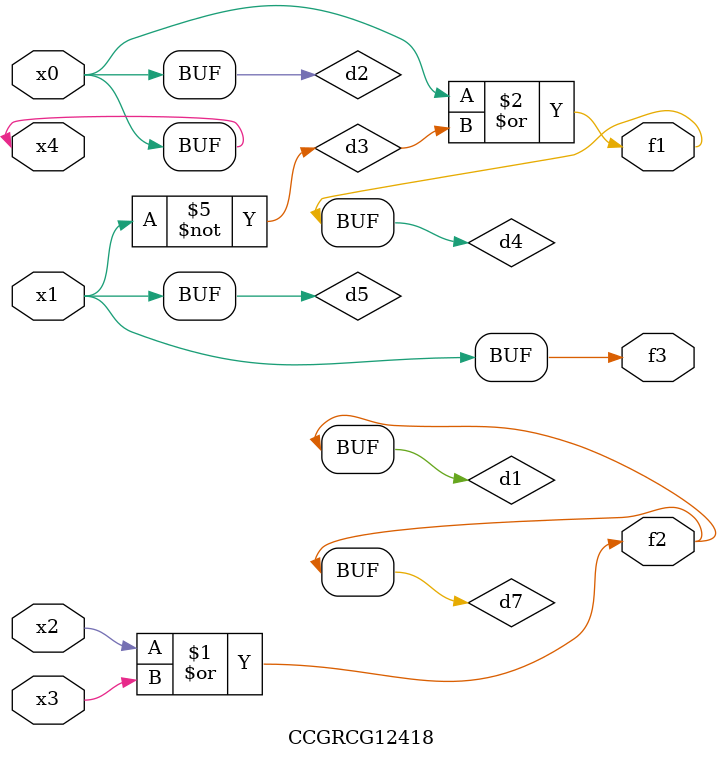
<source format=v>
module CCGRCG12418(
	input x0, x1, x2, x3, x4,
	output f1, f2, f3
);

	wire d1, d2, d3, d4, d5, d6, d7;

	or (d1, x2, x3);
	buf (d2, x0, x4);
	not (d3, x1);
	or (d4, d2, d3);
	not (d5, d3);
	nand (d6, d1, d3);
	or (d7, d1);
	assign f1 = d4;
	assign f2 = d7;
	assign f3 = d5;
endmodule

</source>
